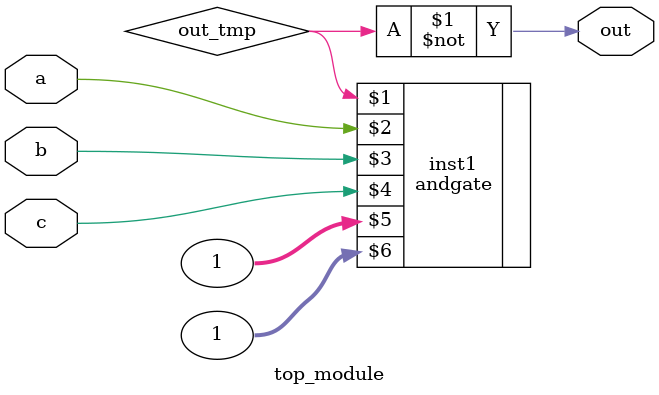
<source format=v>
module top_module (input a, input b, input c, output out);//
	wire out_tmp;
	assign out = ~out_tmp;
	andgate inst1 ( out_tmp, a, b, c, 1, 1 );
endmodule
</source>
